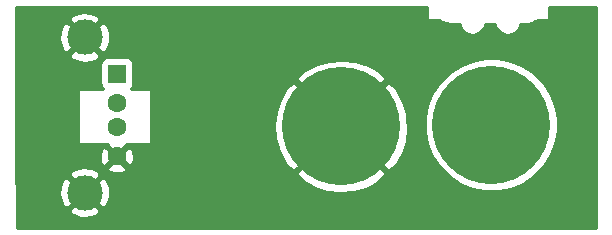
<source format=gbr>
%TF.GenerationSoftware,KiCad,Pcbnew,(5.1.6)-1*%
%TF.CreationDate,2021-03-22T01:22:11+02:00*%
%TF.ProjectId,Yu_9V_charger,59755f39-565f-4636-9861-726765722e6b,rev?*%
%TF.SameCoordinates,Original*%
%TF.FileFunction,Copper,L2,Bot*%
%TF.FilePolarity,Positive*%
%FSLAX46Y46*%
G04 Gerber Fmt 4.6, Leading zero omitted, Abs format (unit mm)*
G04 Created by KiCad (PCBNEW (5.1.6)-1) date 2021-03-22 01:22:11*
%MOMM*%
%LPD*%
G01*
G04 APERTURE LIST*
%TA.AperFunction,SMDPad,CuDef*%
%ADD10C,10.000000*%
%TD*%
%TA.AperFunction,ViaPad*%
%ADD11C,0.300000*%
%TD*%
%TA.AperFunction,ComponentPad*%
%ADD12C,1.600000*%
%TD*%
%TA.AperFunction,ComponentPad*%
%ADD13R,1.500000X1.600000*%
%TD*%
%TA.AperFunction,ComponentPad*%
%ADD14C,3.000000*%
%TD*%
%TA.AperFunction,ViaPad*%
%ADD15C,2.000000*%
%TD*%
%TA.AperFunction,Conductor*%
%ADD16C,0.254000*%
%TD*%
G04 APERTURE END LIST*
D10*
%TO.P,J2,1*%
%TO.N,GND*%
X140960000Y-70620000D03*
%TD*%
%TO.P,J1,1*%
%TO.N,-BATT*%
X153660000Y-70480000D03*
%TD*%
D11*
%TO.N,GND*%
%TO.C,U1*%
X140200000Y-70760000D03*
X140200000Y-71510000D03*
X140200000Y-72260000D03*
%TD*%
D12*
%TO.P,Jout1,4*%
%TO.N,GND*%
X121960000Y-73160000D03*
%TO.P,Jout1,3*%
%TO.N,Net-(Jout1-Pad3)*%
X121960000Y-70660000D03*
%TO.P,Jout1,2*%
%TO.N,Net-(Jout1-Pad2)*%
X121960000Y-68660000D03*
D13*
%TO.P,Jout1,1*%
%TO.N,+5V*%
X121960000Y-66160000D03*
D14*
%TO.P,Jout1,5*%
%TO.N,GND*%
X119250000Y-76230000D03*
X119250000Y-63090000D03*
%TD*%
D15*
%TO.N,GND*%
X137090000Y-69770000D03*
X143280000Y-70190000D03*
%TO.N,-BATT*%
X156430000Y-70390000D03*
X153580000Y-70390000D03*
X150630000Y-70400000D03*
%TD*%
D16*
%TO.N,GND*%
G36*
X148233009Y-61488461D02*
G01*
X148235149Y-61513265D01*
X148242087Y-61537175D01*
X148253556Y-61559272D01*
X148269116Y-61578708D01*
X148288168Y-61594734D01*
X148309981Y-61606735D01*
X148333716Y-61614250D01*
X148360000Y-61617000D01*
X149252605Y-61617000D01*
X149292462Y-61643000D01*
X149342143Y-61676406D01*
X149350286Y-61680720D01*
X149557693Y-61788769D01*
X149613148Y-61811081D01*
X149668366Y-61834199D01*
X149677192Y-61836849D01*
X149901636Y-61902555D01*
X149960363Y-61913670D01*
X150019025Y-61925624D01*
X150028198Y-61926509D01*
X150261130Y-61947369D01*
X150270107Y-61947293D01*
X150297575Y-61949999D01*
X150989549Y-61950005D01*
X151016696Y-62086483D01*
X151098485Y-62283940D01*
X151217225Y-62461647D01*
X151368353Y-62612775D01*
X151546060Y-62731515D01*
X151743517Y-62813304D01*
X151953137Y-62855000D01*
X152166863Y-62855000D01*
X152376483Y-62813304D01*
X152573940Y-62731515D01*
X152751647Y-62612775D01*
X152902775Y-62461647D01*
X153021515Y-62283940D01*
X153103304Y-62086483D01*
X153130447Y-61950025D01*
X153989554Y-61950033D01*
X154016696Y-62086483D01*
X154098485Y-62283940D01*
X154217225Y-62461647D01*
X154368353Y-62612775D01*
X154546060Y-62731515D01*
X154743517Y-62813304D01*
X154953137Y-62855000D01*
X155166863Y-62855000D01*
X155376483Y-62813304D01*
X155573940Y-62731515D01*
X155751647Y-62612775D01*
X155902775Y-62461647D01*
X156021515Y-62283940D01*
X156103304Y-62086483D01*
X156130442Y-61950053D01*
X156492098Y-61950056D01*
X156509524Y-61948340D01*
X156702438Y-61938106D01*
X156757768Y-61929702D01*
X156813318Y-61922718D01*
X156822291Y-61920619D01*
X157051978Y-61865195D01*
X157108486Y-61845554D01*
X157165257Y-61826706D01*
X157173651Y-61822903D01*
X157388199Y-61723920D01*
X157439793Y-61693690D01*
X157491837Y-61664166D01*
X157499333Y-61658806D01*
X157556945Y-61617000D01*
X158440000Y-61617000D01*
X158464776Y-61614560D01*
X158488601Y-61607333D01*
X158510557Y-61595597D01*
X158529803Y-61579803D01*
X158545597Y-61560557D01*
X158557333Y-61538601D01*
X158564560Y-61514776D01*
X158567000Y-61490000D01*
X158567000Y-60500000D01*
X162509671Y-60500000D01*
X162500325Y-79190263D01*
X113478256Y-79209739D01*
X113474548Y-77721653D01*
X117937952Y-77721653D01*
X118093962Y-78037214D01*
X118468745Y-78228020D01*
X118873551Y-78342044D01*
X119292824Y-78374902D01*
X119710451Y-78325334D01*
X120110383Y-78195243D01*
X120406038Y-78037214D01*
X120562048Y-77721653D01*
X119250000Y-76409605D01*
X117937952Y-77721653D01*
X113474548Y-77721653D01*
X113470936Y-76272824D01*
X117105098Y-76272824D01*
X117154666Y-76690451D01*
X117284757Y-77090383D01*
X117442786Y-77386038D01*
X117758347Y-77542048D01*
X119070395Y-76230000D01*
X119429605Y-76230000D01*
X120741653Y-77542048D01*
X121057214Y-77386038D01*
X121248020Y-77011255D01*
X121362044Y-76606449D01*
X121394902Y-76187176D01*
X121345334Y-75769549D01*
X121215243Y-75369617D01*
X121057214Y-75073962D01*
X120741653Y-74917952D01*
X119429605Y-76230000D01*
X119070395Y-76230000D01*
X117758347Y-74917952D01*
X117442786Y-75073962D01*
X117251980Y-75448745D01*
X117137956Y-75853551D01*
X117105098Y-76272824D01*
X113470936Y-76272824D01*
X113467112Y-74738347D01*
X117937952Y-74738347D01*
X119250000Y-76050395D01*
X120562048Y-74738347D01*
X120406038Y-74422786D01*
X120031255Y-74231980D01*
X119749804Y-74152702D01*
X121146903Y-74152702D01*
X121218486Y-74396671D01*
X121473996Y-74517571D01*
X121748184Y-74586300D01*
X122030512Y-74600217D01*
X122310130Y-74558787D01*
X122576292Y-74463603D01*
X122701514Y-74396671D01*
X122773097Y-74152702D01*
X121960000Y-73339605D01*
X121146903Y-74152702D01*
X119749804Y-74152702D01*
X119626449Y-74117956D01*
X119207176Y-74085098D01*
X118789549Y-74134666D01*
X118389617Y-74264757D01*
X118093962Y-74422786D01*
X117937952Y-74738347D01*
X113467112Y-74738347D01*
X113463354Y-73230512D01*
X120519783Y-73230512D01*
X120561213Y-73510130D01*
X120656397Y-73776292D01*
X120723329Y-73901514D01*
X120967298Y-73973097D01*
X121780395Y-73160000D01*
X122139605Y-73160000D01*
X122952702Y-73973097D01*
X123196671Y-73901514D01*
X123317571Y-73646004D01*
X123386300Y-73371816D01*
X123400217Y-73089488D01*
X123358787Y-72809870D01*
X123263603Y-72543708D01*
X123196671Y-72418486D01*
X122952702Y-72346903D01*
X122139605Y-73160000D01*
X121780395Y-73160000D01*
X120967298Y-72346903D01*
X120723329Y-72418486D01*
X120602429Y-72673996D01*
X120533700Y-72948184D01*
X120519783Y-73230512D01*
X113463354Y-73230512D01*
X113449196Y-67550000D01*
X118683000Y-67550000D01*
X118683000Y-71950000D01*
X118685440Y-71974776D01*
X118692667Y-71998601D01*
X118704403Y-72020557D01*
X118720197Y-72039803D01*
X118739443Y-72055597D01*
X118761399Y-72067333D01*
X118785224Y-72074560D01*
X118810000Y-72077000D01*
X121173397Y-72077000D01*
X121146903Y-72167298D01*
X121960000Y-72980395D01*
X122773097Y-72167298D01*
X122746603Y-72077000D01*
X124730000Y-72077000D01*
X124754776Y-72074560D01*
X124778601Y-72067333D01*
X124800557Y-72055597D01*
X124819803Y-72039803D01*
X124835597Y-72020557D01*
X124847333Y-71998601D01*
X124854560Y-71974776D01*
X124857000Y-71950000D01*
X124857000Y-70524659D01*
X135298538Y-70524659D01*
X135388721Y-71630987D01*
X135693006Y-72698464D01*
X136199698Y-73686067D01*
X136305635Y-73844613D01*
X136979661Y-74420734D01*
X139504262Y-71896133D01*
X139474333Y-71950789D01*
X139427953Y-72098302D01*
X139411241Y-72252027D01*
X139419057Y-72340548D01*
X137159266Y-74600339D01*
X137735387Y-75274365D01*
X138705368Y-75814024D01*
X139761994Y-76154079D01*
X140864659Y-76281462D01*
X141970987Y-76191279D01*
X143038464Y-75886994D01*
X144026067Y-75380302D01*
X144184613Y-75274365D01*
X144760734Y-74600339D01*
X140982837Y-70822442D01*
X140988759Y-70767973D01*
X140975694Y-70620000D01*
X141139605Y-70620000D01*
X144940339Y-74420734D01*
X145614365Y-73844613D01*
X146154024Y-72874632D01*
X146494079Y-71818006D01*
X146621462Y-70715341D01*
X146557037Y-69925001D01*
X148025000Y-69925001D01*
X148025000Y-71034999D01*
X148241550Y-72123669D01*
X148666328Y-73149173D01*
X149283010Y-74072103D01*
X150067897Y-74856990D01*
X150990827Y-75473672D01*
X152016331Y-75898450D01*
X153105001Y-76115000D01*
X154214999Y-76115000D01*
X155303669Y-75898450D01*
X156329173Y-75473672D01*
X157252103Y-74856990D01*
X158036990Y-74072103D01*
X158653672Y-73149173D01*
X159078450Y-72123669D01*
X159295000Y-71034999D01*
X159295000Y-69925001D01*
X159078450Y-68836331D01*
X158653672Y-67810827D01*
X158036990Y-66887897D01*
X157252103Y-66103010D01*
X156329173Y-65486328D01*
X155303669Y-65061550D01*
X154214999Y-64845000D01*
X153105001Y-64845000D01*
X152016331Y-65061550D01*
X150990827Y-65486328D01*
X150067897Y-66103010D01*
X149283010Y-66887897D01*
X148666328Y-67810827D01*
X148241550Y-68836331D01*
X148025000Y-69925001D01*
X146557037Y-69925001D01*
X146531279Y-69609013D01*
X146226994Y-68541536D01*
X145720302Y-67553933D01*
X145614365Y-67395387D01*
X144940339Y-66819266D01*
X141139605Y-70620000D01*
X140975694Y-70620000D01*
X140975158Y-70613941D01*
X140931769Y-70465521D01*
X140873599Y-70353994D01*
X140960000Y-70440395D01*
X144760734Y-66639661D01*
X144184613Y-65965635D01*
X143214632Y-65425976D01*
X142158006Y-65085921D01*
X141055341Y-64958538D01*
X139949013Y-65048721D01*
X138881536Y-65353006D01*
X137893933Y-65859698D01*
X137735387Y-65965635D01*
X137159266Y-66639661D01*
X140608074Y-70088469D01*
X140509211Y-70034333D01*
X140361698Y-69987953D01*
X140207973Y-69971241D01*
X140137830Y-69977435D01*
X136979661Y-66819266D01*
X136305635Y-67395387D01*
X135765976Y-68365368D01*
X135425921Y-69421994D01*
X135298538Y-70524659D01*
X124857000Y-70524659D01*
X124857000Y-67550000D01*
X124854560Y-67525224D01*
X124847333Y-67501399D01*
X124835597Y-67479443D01*
X124819803Y-67460197D01*
X124800557Y-67444403D01*
X124778601Y-67432667D01*
X124754776Y-67425440D01*
X124730000Y-67423000D01*
X123146788Y-67423000D01*
X123161185Y-67411185D01*
X123240537Y-67314494D01*
X123299502Y-67204180D01*
X123335812Y-67084482D01*
X123348072Y-66960000D01*
X123348072Y-65360000D01*
X123335812Y-65235518D01*
X123299502Y-65115820D01*
X123240537Y-65005506D01*
X123161185Y-64908815D01*
X123064494Y-64829463D01*
X122954180Y-64770498D01*
X122834482Y-64734188D01*
X122710000Y-64721928D01*
X121210000Y-64721928D01*
X121085518Y-64734188D01*
X120965820Y-64770498D01*
X120855506Y-64829463D01*
X120758815Y-64908815D01*
X120679463Y-65005506D01*
X120620498Y-65115820D01*
X120584188Y-65235518D01*
X120571928Y-65360000D01*
X120571928Y-66960000D01*
X120584188Y-67084482D01*
X120620498Y-67204180D01*
X120679463Y-67314494D01*
X120758815Y-67411185D01*
X120773212Y-67423000D01*
X118810000Y-67423000D01*
X118785224Y-67425440D01*
X118761399Y-67432667D01*
X118739443Y-67444403D01*
X118720197Y-67460197D01*
X118704403Y-67479443D01*
X118692667Y-67501399D01*
X118685440Y-67525224D01*
X118683000Y-67550000D01*
X113449196Y-67550000D01*
X113441797Y-64581653D01*
X117937952Y-64581653D01*
X118093962Y-64897214D01*
X118468745Y-65088020D01*
X118873551Y-65202044D01*
X119292824Y-65234902D01*
X119710451Y-65185334D01*
X120110383Y-65055243D01*
X120406038Y-64897214D01*
X120562048Y-64581653D01*
X119250000Y-63269605D01*
X117937952Y-64581653D01*
X113441797Y-64581653D01*
X113438185Y-63132824D01*
X117105098Y-63132824D01*
X117154666Y-63550451D01*
X117284757Y-63950383D01*
X117442786Y-64246038D01*
X117758347Y-64402048D01*
X119070395Y-63090000D01*
X119429605Y-63090000D01*
X120741653Y-64402048D01*
X121057214Y-64246038D01*
X121248020Y-63871255D01*
X121362044Y-63466449D01*
X121394902Y-63047176D01*
X121345334Y-62629549D01*
X121215243Y-62229617D01*
X121057214Y-61933962D01*
X120741653Y-61777952D01*
X119429605Y-63090000D01*
X119070395Y-63090000D01*
X117758347Y-61777952D01*
X117442786Y-61933962D01*
X117251980Y-62308745D01*
X117137956Y-62713551D01*
X117105098Y-63132824D01*
X113438185Y-63132824D01*
X113434360Y-61598347D01*
X117937952Y-61598347D01*
X119250000Y-62910395D01*
X120562048Y-61598347D01*
X120406038Y-61282786D01*
X120031255Y-61091980D01*
X119626449Y-60977956D01*
X119207176Y-60945098D01*
X118789549Y-60994666D01*
X118389617Y-61124757D01*
X118093962Y-61282786D01*
X117937952Y-61598347D01*
X113434360Y-61598347D01*
X113431646Y-60509628D01*
X148245111Y-60490076D01*
X148233009Y-61488461D01*
G37*
X148233009Y-61488461D02*
X148235149Y-61513265D01*
X148242087Y-61537175D01*
X148253556Y-61559272D01*
X148269116Y-61578708D01*
X148288168Y-61594734D01*
X148309981Y-61606735D01*
X148333716Y-61614250D01*
X148360000Y-61617000D01*
X149252605Y-61617000D01*
X149292462Y-61643000D01*
X149342143Y-61676406D01*
X149350286Y-61680720D01*
X149557693Y-61788769D01*
X149613148Y-61811081D01*
X149668366Y-61834199D01*
X149677192Y-61836849D01*
X149901636Y-61902555D01*
X149960363Y-61913670D01*
X150019025Y-61925624D01*
X150028198Y-61926509D01*
X150261130Y-61947369D01*
X150270107Y-61947293D01*
X150297575Y-61949999D01*
X150989549Y-61950005D01*
X151016696Y-62086483D01*
X151098485Y-62283940D01*
X151217225Y-62461647D01*
X151368353Y-62612775D01*
X151546060Y-62731515D01*
X151743517Y-62813304D01*
X151953137Y-62855000D01*
X152166863Y-62855000D01*
X152376483Y-62813304D01*
X152573940Y-62731515D01*
X152751647Y-62612775D01*
X152902775Y-62461647D01*
X153021515Y-62283940D01*
X153103304Y-62086483D01*
X153130447Y-61950025D01*
X153989554Y-61950033D01*
X154016696Y-62086483D01*
X154098485Y-62283940D01*
X154217225Y-62461647D01*
X154368353Y-62612775D01*
X154546060Y-62731515D01*
X154743517Y-62813304D01*
X154953137Y-62855000D01*
X155166863Y-62855000D01*
X155376483Y-62813304D01*
X155573940Y-62731515D01*
X155751647Y-62612775D01*
X155902775Y-62461647D01*
X156021515Y-62283940D01*
X156103304Y-62086483D01*
X156130442Y-61950053D01*
X156492098Y-61950056D01*
X156509524Y-61948340D01*
X156702438Y-61938106D01*
X156757768Y-61929702D01*
X156813318Y-61922718D01*
X156822291Y-61920619D01*
X157051978Y-61865195D01*
X157108486Y-61845554D01*
X157165257Y-61826706D01*
X157173651Y-61822903D01*
X157388199Y-61723920D01*
X157439793Y-61693690D01*
X157491837Y-61664166D01*
X157499333Y-61658806D01*
X157556945Y-61617000D01*
X158440000Y-61617000D01*
X158464776Y-61614560D01*
X158488601Y-61607333D01*
X158510557Y-61595597D01*
X158529803Y-61579803D01*
X158545597Y-61560557D01*
X158557333Y-61538601D01*
X158564560Y-61514776D01*
X158567000Y-61490000D01*
X158567000Y-60500000D01*
X162509671Y-60500000D01*
X162500325Y-79190263D01*
X113478256Y-79209739D01*
X113474548Y-77721653D01*
X117937952Y-77721653D01*
X118093962Y-78037214D01*
X118468745Y-78228020D01*
X118873551Y-78342044D01*
X119292824Y-78374902D01*
X119710451Y-78325334D01*
X120110383Y-78195243D01*
X120406038Y-78037214D01*
X120562048Y-77721653D01*
X119250000Y-76409605D01*
X117937952Y-77721653D01*
X113474548Y-77721653D01*
X113470936Y-76272824D01*
X117105098Y-76272824D01*
X117154666Y-76690451D01*
X117284757Y-77090383D01*
X117442786Y-77386038D01*
X117758347Y-77542048D01*
X119070395Y-76230000D01*
X119429605Y-76230000D01*
X120741653Y-77542048D01*
X121057214Y-77386038D01*
X121248020Y-77011255D01*
X121362044Y-76606449D01*
X121394902Y-76187176D01*
X121345334Y-75769549D01*
X121215243Y-75369617D01*
X121057214Y-75073962D01*
X120741653Y-74917952D01*
X119429605Y-76230000D01*
X119070395Y-76230000D01*
X117758347Y-74917952D01*
X117442786Y-75073962D01*
X117251980Y-75448745D01*
X117137956Y-75853551D01*
X117105098Y-76272824D01*
X113470936Y-76272824D01*
X113467112Y-74738347D01*
X117937952Y-74738347D01*
X119250000Y-76050395D01*
X120562048Y-74738347D01*
X120406038Y-74422786D01*
X120031255Y-74231980D01*
X119749804Y-74152702D01*
X121146903Y-74152702D01*
X121218486Y-74396671D01*
X121473996Y-74517571D01*
X121748184Y-74586300D01*
X122030512Y-74600217D01*
X122310130Y-74558787D01*
X122576292Y-74463603D01*
X122701514Y-74396671D01*
X122773097Y-74152702D01*
X121960000Y-73339605D01*
X121146903Y-74152702D01*
X119749804Y-74152702D01*
X119626449Y-74117956D01*
X119207176Y-74085098D01*
X118789549Y-74134666D01*
X118389617Y-74264757D01*
X118093962Y-74422786D01*
X117937952Y-74738347D01*
X113467112Y-74738347D01*
X113463354Y-73230512D01*
X120519783Y-73230512D01*
X120561213Y-73510130D01*
X120656397Y-73776292D01*
X120723329Y-73901514D01*
X120967298Y-73973097D01*
X121780395Y-73160000D01*
X122139605Y-73160000D01*
X122952702Y-73973097D01*
X123196671Y-73901514D01*
X123317571Y-73646004D01*
X123386300Y-73371816D01*
X123400217Y-73089488D01*
X123358787Y-72809870D01*
X123263603Y-72543708D01*
X123196671Y-72418486D01*
X122952702Y-72346903D01*
X122139605Y-73160000D01*
X121780395Y-73160000D01*
X120967298Y-72346903D01*
X120723329Y-72418486D01*
X120602429Y-72673996D01*
X120533700Y-72948184D01*
X120519783Y-73230512D01*
X113463354Y-73230512D01*
X113449196Y-67550000D01*
X118683000Y-67550000D01*
X118683000Y-71950000D01*
X118685440Y-71974776D01*
X118692667Y-71998601D01*
X118704403Y-72020557D01*
X118720197Y-72039803D01*
X118739443Y-72055597D01*
X118761399Y-72067333D01*
X118785224Y-72074560D01*
X118810000Y-72077000D01*
X121173397Y-72077000D01*
X121146903Y-72167298D01*
X121960000Y-72980395D01*
X122773097Y-72167298D01*
X122746603Y-72077000D01*
X124730000Y-72077000D01*
X124754776Y-72074560D01*
X124778601Y-72067333D01*
X124800557Y-72055597D01*
X124819803Y-72039803D01*
X124835597Y-72020557D01*
X124847333Y-71998601D01*
X124854560Y-71974776D01*
X124857000Y-71950000D01*
X124857000Y-70524659D01*
X135298538Y-70524659D01*
X135388721Y-71630987D01*
X135693006Y-72698464D01*
X136199698Y-73686067D01*
X136305635Y-73844613D01*
X136979661Y-74420734D01*
X139504262Y-71896133D01*
X139474333Y-71950789D01*
X139427953Y-72098302D01*
X139411241Y-72252027D01*
X139419057Y-72340548D01*
X137159266Y-74600339D01*
X137735387Y-75274365D01*
X138705368Y-75814024D01*
X139761994Y-76154079D01*
X140864659Y-76281462D01*
X141970987Y-76191279D01*
X143038464Y-75886994D01*
X144026067Y-75380302D01*
X144184613Y-75274365D01*
X144760734Y-74600339D01*
X140982837Y-70822442D01*
X140988759Y-70767973D01*
X140975694Y-70620000D01*
X141139605Y-70620000D01*
X144940339Y-74420734D01*
X145614365Y-73844613D01*
X146154024Y-72874632D01*
X146494079Y-71818006D01*
X146621462Y-70715341D01*
X146557037Y-69925001D01*
X148025000Y-69925001D01*
X148025000Y-71034999D01*
X148241550Y-72123669D01*
X148666328Y-73149173D01*
X149283010Y-74072103D01*
X150067897Y-74856990D01*
X150990827Y-75473672D01*
X152016331Y-75898450D01*
X153105001Y-76115000D01*
X154214999Y-76115000D01*
X155303669Y-75898450D01*
X156329173Y-75473672D01*
X157252103Y-74856990D01*
X158036990Y-74072103D01*
X158653672Y-73149173D01*
X159078450Y-72123669D01*
X159295000Y-71034999D01*
X159295000Y-69925001D01*
X159078450Y-68836331D01*
X158653672Y-67810827D01*
X158036990Y-66887897D01*
X157252103Y-66103010D01*
X156329173Y-65486328D01*
X155303669Y-65061550D01*
X154214999Y-64845000D01*
X153105001Y-64845000D01*
X152016331Y-65061550D01*
X150990827Y-65486328D01*
X150067897Y-66103010D01*
X149283010Y-66887897D01*
X148666328Y-67810827D01*
X148241550Y-68836331D01*
X148025000Y-69925001D01*
X146557037Y-69925001D01*
X146531279Y-69609013D01*
X146226994Y-68541536D01*
X145720302Y-67553933D01*
X145614365Y-67395387D01*
X144940339Y-66819266D01*
X141139605Y-70620000D01*
X140975694Y-70620000D01*
X140975158Y-70613941D01*
X140931769Y-70465521D01*
X140873599Y-70353994D01*
X140960000Y-70440395D01*
X144760734Y-66639661D01*
X144184613Y-65965635D01*
X143214632Y-65425976D01*
X142158006Y-65085921D01*
X141055341Y-64958538D01*
X139949013Y-65048721D01*
X138881536Y-65353006D01*
X137893933Y-65859698D01*
X137735387Y-65965635D01*
X137159266Y-66639661D01*
X140608074Y-70088469D01*
X140509211Y-70034333D01*
X140361698Y-69987953D01*
X140207973Y-69971241D01*
X140137830Y-69977435D01*
X136979661Y-66819266D01*
X136305635Y-67395387D01*
X135765976Y-68365368D01*
X135425921Y-69421994D01*
X135298538Y-70524659D01*
X124857000Y-70524659D01*
X124857000Y-67550000D01*
X124854560Y-67525224D01*
X124847333Y-67501399D01*
X124835597Y-67479443D01*
X124819803Y-67460197D01*
X124800557Y-67444403D01*
X124778601Y-67432667D01*
X124754776Y-67425440D01*
X124730000Y-67423000D01*
X123146788Y-67423000D01*
X123161185Y-67411185D01*
X123240537Y-67314494D01*
X123299502Y-67204180D01*
X123335812Y-67084482D01*
X123348072Y-66960000D01*
X123348072Y-65360000D01*
X123335812Y-65235518D01*
X123299502Y-65115820D01*
X123240537Y-65005506D01*
X123161185Y-64908815D01*
X123064494Y-64829463D01*
X122954180Y-64770498D01*
X122834482Y-64734188D01*
X122710000Y-64721928D01*
X121210000Y-64721928D01*
X121085518Y-64734188D01*
X120965820Y-64770498D01*
X120855506Y-64829463D01*
X120758815Y-64908815D01*
X120679463Y-65005506D01*
X120620498Y-65115820D01*
X120584188Y-65235518D01*
X120571928Y-65360000D01*
X120571928Y-66960000D01*
X120584188Y-67084482D01*
X120620498Y-67204180D01*
X120679463Y-67314494D01*
X120758815Y-67411185D01*
X120773212Y-67423000D01*
X118810000Y-67423000D01*
X118785224Y-67425440D01*
X118761399Y-67432667D01*
X118739443Y-67444403D01*
X118720197Y-67460197D01*
X118704403Y-67479443D01*
X118692667Y-67501399D01*
X118685440Y-67525224D01*
X118683000Y-67550000D01*
X113449196Y-67550000D01*
X113441797Y-64581653D01*
X117937952Y-64581653D01*
X118093962Y-64897214D01*
X118468745Y-65088020D01*
X118873551Y-65202044D01*
X119292824Y-65234902D01*
X119710451Y-65185334D01*
X120110383Y-65055243D01*
X120406038Y-64897214D01*
X120562048Y-64581653D01*
X119250000Y-63269605D01*
X117937952Y-64581653D01*
X113441797Y-64581653D01*
X113438185Y-63132824D01*
X117105098Y-63132824D01*
X117154666Y-63550451D01*
X117284757Y-63950383D01*
X117442786Y-64246038D01*
X117758347Y-64402048D01*
X119070395Y-63090000D01*
X119429605Y-63090000D01*
X120741653Y-64402048D01*
X121057214Y-64246038D01*
X121248020Y-63871255D01*
X121362044Y-63466449D01*
X121394902Y-63047176D01*
X121345334Y-62629549D01*
X121215243Y-62229617D01*
X121057214Y-61933962D01*
X120741653Y-61777952D01*
X119429605Y-63090000D01*
X119070395Y-63090000D01*
X117758347Y-61777952D01*
X117442786Y-61933962D01*
X117251980Y-62308745D01*
X117137956Y-62713551D01*
X117105098Y-63132824D01*
X113438185Y-63132824D01*
X113434360Y-61598347D01*
X117937952Y-61598347D01*
X119250000Y-62910395D01*
X120562048Y-61598347D01*
X120406038Y-61282786D01*
X120031255Y-61091980D01*
X119626449Y-60977956D01*
X119207176Y-60945098D01*
X118789549Y-60994666D01*
X118389617Y-61124757D01*
X118093962Y-61282786D01*
X117937952Y-61598347D01*
X113434360Y-61598347D01*
X113431646Y-60509628D01*
X148245111Y-60490076D01*
X148233009Y-61488461D01*
%TD*%
M02*

</source>
